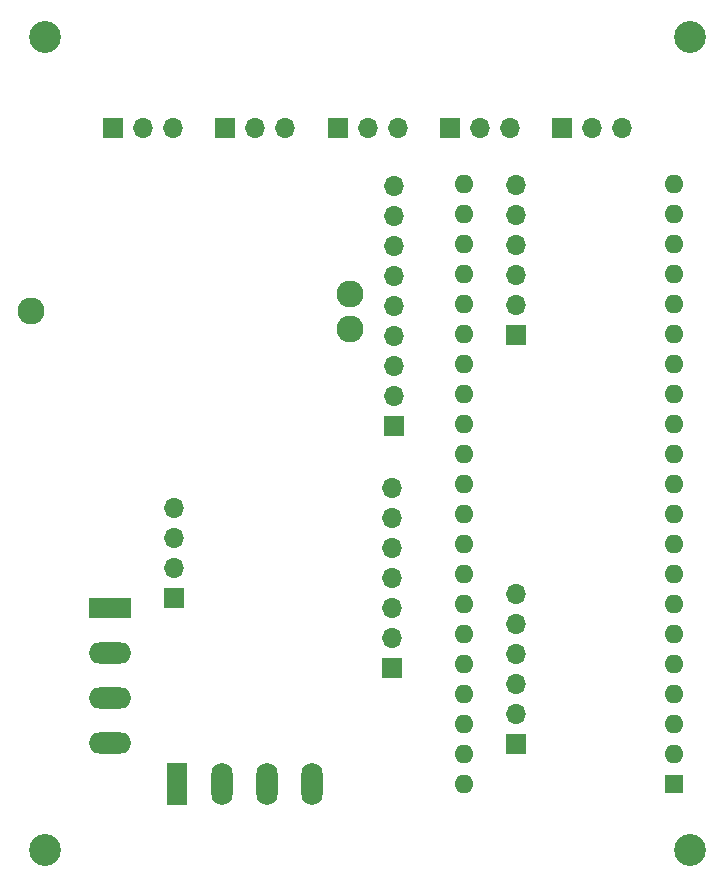
<source format=gbr>
G04 #@! TF.GenerationSoftware,KiCad,Pcbnew,(5.1.5)-3*
G04 #@! TF.CreationDate,2020-05-16T13:49:30+02:00*
G04 #@! TF.ProjectId,StepperClockMasterTinyK22,53746570-7065-4724-936c-6f636b4d6173,rev?*
G04 #@! TF.SameCoordinates,Original*
G04 #@! TF.FileFunction,Soldermask,Bot*
G04 #@! TF.FilePolarity,Negative*
%FSLAX46Y46*%
G04 Gerber Fmt 4.6, Leading zero omitted, Abs format (unit mm)*
G04 Created by KiCad (PCBNEW (5.1.5)-3) date 2020-05-16 13:49:30*
%MOMM*%
%LPD*%
G04 APERTURE LIST*
%ADD10R,1.700000X1.700000*%
%ADD11O,1.700000X1.700000*%
%ADD12O,3.600000X1.800000*%
%ADD13R,3.600000X1.800000*%
%ADD14O,1.800000X3.600000*%
%ADD15R,1.800000X3.600000*%
%ADD16O,1.600000X1.600000*%
%ADD17R,1.600000X1.600000*%
%ADD18C,2.700000*%
%ADD19C,2.290000*%
G04 APERTURE END LIST*
D10*
X137580000Y-101490000D03*
D11*
X137580000Y-98950000D03*
X137580000Y-96410000D03*
X137580000Y-93870000D03*
X137580000Y-91330000D03*
X137580000Y-88790000D03*
D10*
X137580000Y-136130000D03*
D11*
X137580000Y-133590000D03*
X137580000Y-131050000D03*
X137580000Y-128510000D03*
X137580000Y-125970000D03*
X137580000Y-123430000D03*
D12*
X103240000Y-136050000D03*
X103240000Y-132240000D03*
X103240000Y-128430000D03*
D13*
X103240000Y-124620000D03*
D14*
X120350000Y-139560000D03*
X116540000Y-139560000D03*
X112730000Y-139560000D03*
D15*
X108920000Y-139560000D03*
D16*
X133210000Y-139560000D03*
X150990000Y-88760000D03*
X133210000Y-137020000D03*
X150990000Y-91300000D03*
X133210000Y-134480000D03*
X150990000Y-93840000D03*
X133210000Y-131940000D03*
X150990000Y-96380000D03*
X133210000Y-129400000D03*
X150990000Y-98920000D03*
X133210000Y-126860000D03*
X150990000Y-101460000D03*
X133210000Y-124320000D03*
X150990000Y-104000000D03*
X133210000Y-121780000D03*
X150990000Y-106540000D03*
X133210000Y-119240000D03*
X150990000Y-109080000D03*
X133210000Y-116700000D03*
X150990000Y-111620000D03*
X133210000Y-114160000D03*
X150990000Y-114160000D03*
X133210000Y-111620000D03*
X150990000Y-116700000D03*
X133210000Y-109080000D03*
X150990000Y-119240000D03*
X133210000Y-106540000D03*
X150990000Y-121780000D03*
X133210000Y-104000000D03*
X150990000Y-124320000D03*
X133210000Y-101460000D03*
X150990000Y-126860000D03*
X133210000Y-98920000D03*
X150990000Y-129400000D03*
X133210000Y-96380000D03*
X150990000Y-131940000D03*
X133210000Y-93840000D03*
X150990000Y-134480000D03*
X133210000Y-91300000D03*
X150990000Y-137020000D03*
X133210000Y-88760000D03*
D17*
X150990000Y-139560000D03*
D10*
X127130000Y-129720000D03*
D11*
X127130000Y-127180000D03*
X127130000Y-124640000D03*
X127130000Y-122100000D03*
X127130000Y-119560000D03*
X127130000Y-117020000D03*
X127130000Y-114480000D03*
D10*
X127260000Y-109230000D03*
D11*
X127260000Y-106690000D03*
X127260000Y-104150000D03*
X127260000Y-101610000D03*
X127260000Y-99070000D03*
X127260000Y-96530000D03*
X127260000Y-93990000D03*
X127260000Y-91450000D03*
X127260000Y-88910000D03*
D10*
X108700000Y-123760000D03*
D11*
X108700000Y-121220000D03*
X108700000Y-118680000D03*
X108700000Y-116140000D03*
D10*
X141500000Y-83950000D03*
D11*
X144040000Y-83950000D03*
X146580000Y-83950000D03*
D10*
X132000000Y-83950000D03*
D11*
X134540000Y-83950000D03*
X137080000Y-83950000D03*
D10*
X122510000Y-83950000D03*
D11*
X125050000Y-83950000D03*
X127590000Y-83950000D03*
D10*
X113010000Y-83950000D03*
D11*
X115550000Y-83950000D03*
X118090000Y-83950000D03*
D10*
X103510000Y-83950000D03*
D11*
X106050000Y-83950000D03*
X108590000Y-83950000D03*
D18*
X152340000Y-145100000D03*
X97750000Y-145100000D03*
X97750000Y-76280000D03*
X152350000Y-76280000D03*
D19*
X123530000Y-101010000D03*
X123530000Y-98010000D03*
X96530000Y-99510000D03*
M02*

</source>
